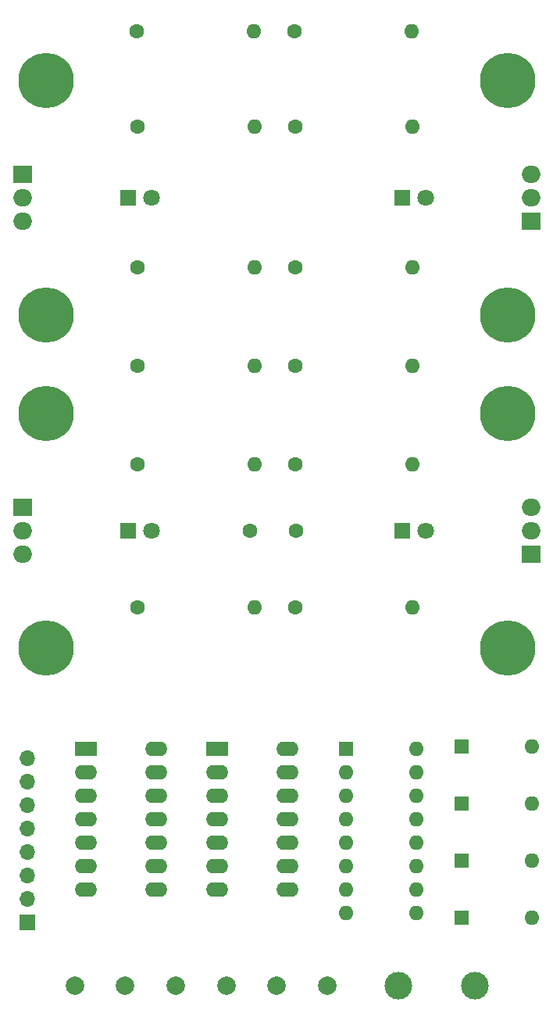
<source format=gbs>
%TF.GenerationSoftware,KiCad,Pcbnew,7.0.11*%
%TF.CreationDate,2024-05-22T12:52:35-06:00*%
%TF.ProjectId,H_Bridge,485f4272-6964-4676-952e-6b696361645f,rev?*%
%TF.SameCoordinates,Original*%
%TF.FileFunction,Soldermask,Bot*%
%TF.FilePolarity,Negative*%
%FSLAX46Y46*%
G04 Gerber Fmt 4.6, Leading zero omitted, Abs format (unit mm)*
G04 Created by KiCad (PCBNEW 7.0.11) date 2024-05-22 12:52:35*
%MOMM*%
%LPD*%
G01*
G04 APERTURE LIST*
%ADD10C,6.000000*%
%ADD11R,1.800000X1.800000*%
%ADD12C,1.800000*%
%ADD13R,1.600000X1.600000*%
%ADD14O,1.600000X1.600000*%
%ADD15C,1.600000*%
%ADD16C,2.000000*%
%ADD17R,2.400000X1.600000*%
%ADD18O,2.400000X1.600000*%
%ADD19R,2.000000X1.905000*%
%ADD20O,2.000000X1.905000*%
%ADD21C,3.000000*%
%ADD22R,1.700000X1.700000*%
%ADD23O,1.700000X1.700000*%
G04 APERTURE END LIST*
D10*
%TO.C,HS4*%
X184658000Y-84836000D03*
X184658000Y-110236000D03*
%TD*%
D11*
%TO.C,D7*%
X173228000Y-97536000D03*
D12*
X175768000Y-97536000D03*
%TD*%
D13*
%TO.C,D6*%
X179658000Y-139446000D03*
D14*
X187278000Y-139446000D03*
%TD*%
D15*
%TO.C,R10*%
X161671000Y-105791000D03*
D14*
X174371000Y-105791000D03*
%TD*%
D13*
%TO.C,D3*%
X179658000Y-120904000D03*
D14*
X187278000Y-120904000D03*
%TD*%
D16*
%TO.C,TP3*%
X148701400Y-146812000D03*
%TD*%
D13*
%TO.C,U3*%
X167132000Y-121158000D03*
D14*
X167132000Y-123698000D03*
X167132000Y-126238000D03*
X167132000Y-128778000D03*
X167132000Y-131318000D03*
X167132000Y-133858000D03*
X167132000Y-136398000D03*
X167132000Y-138938000D03*
X174752000Y-138938000D03*
X174752000Y-136398000D03*
X174752000Y-133858000D03*
X174752000Y-131318000D03*
X174752000Y-128778000D03*
X174752000Y-126238000D03*
X174752000Y-123698000D03*
X174752000Y-121158000D03*
%TD*%
D10*
%TO.C,HS2*%
X134620000Y-110236000D03*
X134620000Y-84836000D03*
%TD*%
D17*
%TO.C,U1*%
X138938000Y-121158000D03*
D18*
X138938000Y-123698000D03*
X138938000Y-126238000D03*
X138938000Y-128778000D03*
X138938000Y-131318000D03*
X138938000Y-133858000D03*
X138938000Y-136398000D03*
X146558000Y-136398000D03*
X146558000Y-133858000D03*
X146558000Y-131318000D03*
X146558000Y-128778000D03*
X146558000Y-126238000D03*
X146558000Y-123698000D03*
X146558000Y-121158000D03*
%TD*%
D19*
%TO.C,Q2*%
X132080000Y-94996000D03*
D20*
X132080000Y-97536000D03*
X132080000Y-100076000D03*
%TD*%
D21*
%TO.C,TP4*%
X172851000Y-146812000D03*
%TD*%
D15*
%TO.C,R6*%
X144558334Y-79629000D03*
D14*
X157258334Y-79629000D03*
%TD*%
D10*
%TO.C,HS1*%
X134620000Y-74168000D03*
X134620000Y-48768000D03*
%TD*%
D15*
%TO.C,R3*%
X144558334Y-68961000D03*
D14*
X157258334Y-68961000D03*
%TD*%
D15*
%TO.C,R2*%
X144558334Y-53721000D03*
D14*
X157258334Y-53721000D03*
%TD*%
D15*
%TO.C,R1*%
X144431334Y-43434000D03*
D14*
X157131334Y-43434000D03*
%TD*%
D13*
%TO.C,D4*%
X179658000Y-127084666D03*
D14*
X187278000Y-127084666D03*
%TD*%
D21*
%TO.C,TP6*%
X181102000Y-146812000D03*
%TD*%
D11*
%TO.C,D8*%
X173228000Y-61468000D03*
D12*
X175768000Y-61468000D03*
%TD*%
D15*
%TO.C,R8*%
X161671000Y-68961000D03*
D14*
X174371000Y-68961000D03*
%TD*%
D22*
%TO.C,J1*%
X132588000Y-139954000D03*
D23*
X132588000Y-137414000D03*
X132588000Y-134874000D03*
X132588000Y-132334000D03*
X132588000Y-129794000D03*
X132588000Y-127254000D03*
X132588000Y-124714000D03*
X132588000Y-122174000D03*
%TD*%
D15*
%TO.C,R4*%
X144558334Y-90297000D03*
D14*
X157258334Y-90297000D03*
%TD*%
D16*
%TO.C,TP7*%
X159633800Y-146812000D03*
%TD*%
D10*
%TO.C,HS3*%
X184658000Y-48768000D03*
X184658000Y-74168000D03*
%TD*%
D15*
%TO.C,R12*%
X161671000Y-53721000D03*
D14*
X174371000Y-53721000D03*
%TD*%
D15*
%TO.C,R11*%
X161544000Y-43434000D03*
D14*
X174244000Y-43434000D03*
%TD*%
D11*
%TO.C,D2*%
X143510000Y-97536000D03*
D12*
X146050000Y-97536000D03*
%TD*%
D16*
%TO.C,TP2*%
X143235200Y-146812000D03*
%TD*%
D15*
%TO.C,C1*%
X156758000Y-97536000D03*
X161758000Y-97536000D03*
%TD*%
D11*
%TO.C,D1*%
X143510000Y-61468000D03*
D12*
X146050000Y-61468000D03*
%TD*%
D19*
%TO.C,Q4*%
X187198000Y-100076000D03*
D20*
X187198000Y-97536000D03*
X187198000Y-94996000D03*
%TD*%
D16*
%TO.C,TP5*%
X154167600Y-146812000D03*
%TD*%
D19*
%TO.C,Q1*%
X132080000Y-58928000D03*
D20*
X132080000Y-61468000D03*
X132080000Y-64008000D03*
%TD*%
D19*
%TO.C,Q3*%
X187198000Y-64008000D03*
D20*
X187198000Y-61468000D03*
X187198000Y-58928000D03*
%TD*%
D15*
%TO.C,R9*%
X161671000Y-79629000D03*
D14*
X174371000Y-79629000D03*
%TD*%
D13*
%TO.C,D5*%
X179658000Y-133265332D03*
D14*
X187278000Y-133265332D03*
%TD*%
D16*
%TO.C,TP1*%
X137769000Y-146812000D03*
%TD*%
D15*
%TO.C,R5*%
X161671000Y-90297000D03*
D14*
X174371000Y-90297000D03*
%TD*%
D16*
%TO.C,TP8*%
X165100000Y-146812000D03*
%TD*%
D17*
%TO.C,U2*%
X153210000Y-121158000D03*
D18*
X153210000Y-123698000D03*
X153210000Y-126238000D03*
X153210000Y-128778000D03*
X153210000Y-131318000D03*
X153210000Y-133858000D03*
X153210000Y-136398000D03*
X160830000Y-136398000D03*
X160830000Y-133858000D03*
X160830000Y-131318000D03*
X160830000Y-128778000D03*
X160830000Y-126238000D03*
X160830000Y-123698000D03*
X160830000Y-121158000D03*
%TD*%
D15*
%TO.C,R7*%
X144558334Y-105791000D03*
D14*
X157258334Y-105791000D03*
%TD*%
M02*

</source>
